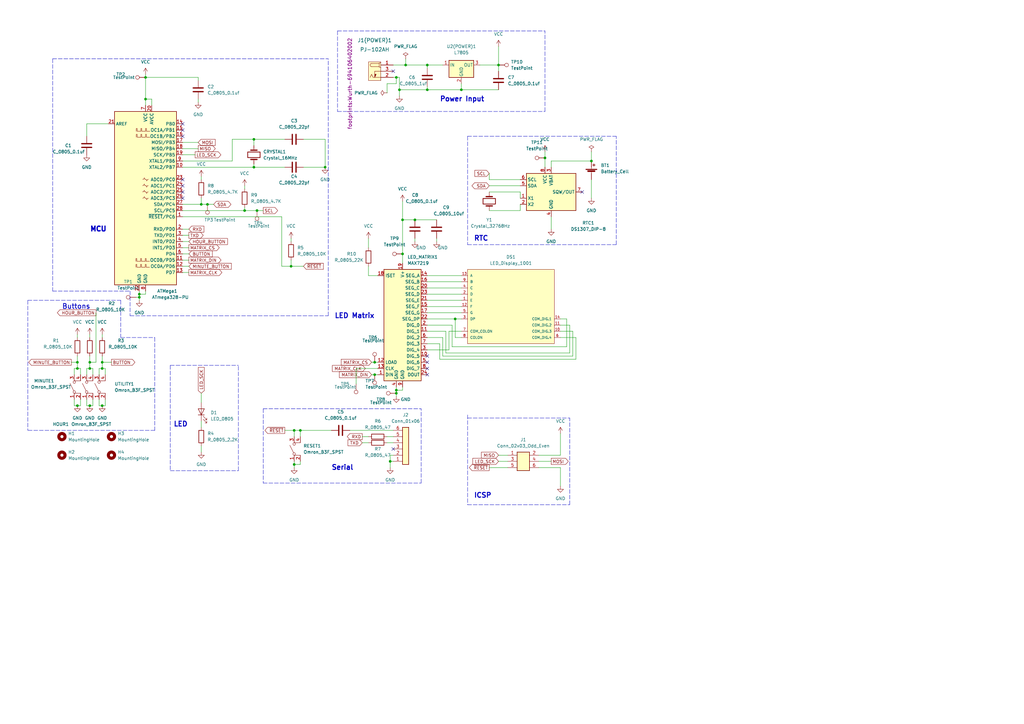
<source format=kicad_sch>
(kicad_sch (version 20211123) (generator eeschema)
  (paper "A3")
  (junction (at 120.65 190.5))
  (junction (at 59.69 31.75))
  (junction (at 153.67 148.59))
  (junction (at 204.47 26.67))
  (junction (at 105.41 86.36))
  (junction (at 100.33 86.36))
  (junction (at 36.83 148.59))
  (junction (at 59.69 40.64))
  (junction (at 163.83 36.83))
  (junction (at 153.67 153.67))
  (junction (at 162.56 31.75))
  (junction (at 186.69 130.81))
  (junction (at 41.91 151.13))
  (junction (at 82.55 83.82))
  (junction (at 36.83 151.13))
  (junction (at 170.18 90.17))
  (junction (at 165.1 90.17))
  (junction (at 162.56 161.29))
  (junction (at 31.75 166.37))
  (junction (at 165.1 104.14))
  (junction (at 162.56 160.02))
  (junction (at 223.52 64.77))
  (junction (at 242.57 66.04))
  (junction (at 57.15 121.92))
  (junction (at 123.19 176.53))
  (junction (at 31.75 151.13))
  (junction (at 120.65 176.53))
  (junction (at 160.02 189.23))
  (junction (at 85.09 83.82))
  (junction (at 104.14 57.15))
  (junction (at 41.91 166.37))
  (junction (at 166.37 26.67))
  (junction (at 119.38 109.22))
  (junction (at 31.75 148.59))
  (junction (at 104.14 68.58))
  (junction (at 36.83 166.37))
  (junction (at 175.26 26.67))
  (junction (at 175.26 36.83))
  (junction (at 133.35 68.58))
  (junction (at 57.15 120.65))
  (junction (at 189.23 36.83))
  (junction (at 41.91 148.59))
  (no_connect (at 238.76 78.74))
  (no_connect (at 74.93 73.66))
  (no_connect (at 74.93 53.34))
  (no_connect (at 74.93 50.8))
  (no_connect (at 74.93 78.74))
  (no_connect (at 161.29 29.21))
  (no_connect (at 161.29 184.15))
  (no_connect (at 74.93 76.2))
  (no_connect (at 74.93 55.88))
  (no_connect (at 74.93 81.28))
  (no_connect (at 175.26 146.05))
  (no_connect (at 175.26 148.59))
  (no_connect (at 175.26 151.13))
  (no_connect (at 175.26 153.67))
  (wire (pts (xy 43.18 166.37) (xy 41.91 166.37)))
  (wire (pts (xy 43.18 151.13) (xy 41.91 151.13)))
  (wire (pts (xy 165.1 160.02) (xy 162.56 160.02)))
  (polyline (pts (xy 97.79 193.04) (xy 97.79 149.86)))
  (wire (pts (xy 38.1 151.13) (xy 36.83 151.13)))
  (wire (pts (xy 77.47 109.22) (xy 74.93 109.22)))
  (wire (pts (xy 158.75 181.61) (xy 161.29 181.61)))
  (wire (pts (xy 82.55 83.82) (xy 74.93 83.82)))
  (polyline (pts (xy 191.77 55.88) (xy 191.77 100.33)))
  (wire (pts (xy 175.26 26.67) (xy 175.26 27.94)))
  (wire (pts (xy 38.1 166.37) (xy 36.83 166.37)))
  (wire (pts (xy 104.14 68.58) (xy 116.84 68.58)))
  (wire (pts (xy 33.02 163.83) (xy 33.02 166.37)))
  (wire (pts (xy 30.48 163.83) (xy 30.48 166.37)))
  (wire (pts (xy 31.75 146.05) (xy 31.75 148.59)))
  (wire (pts (xy 162.56 31.75) (xy 163.83 31.75)))
  (wire (pts (xy 163.83 36.83) (xy 163.83 39.37)))
  (wire (pts (xy 213.36 73.66) (xy 200.66 73.66)))
  (wire (pts (xy 242.57 62.23) (xy 242.57 66.04)))
  (wire (pts (xy 182.88 135.89) (xy 182.88 144.78)))
  (wire (pts (xy 77.47 99.06) (xy 74.93 99.06)))
  (wire (pts (xy 40.64 153.67) (xy 40.64 151.13)))
  (wire (pts (xy 36.83 146.05) (xy 36.83 148.59)))
  (wire (pts (xy 175.26 35.56) (xy 175.26 36.83)))
  (wire (pts (xy 74.93 63.5) (xy 80.01 63.5)))
  (wire (pts (xy 185.42 142.24) (xy 232.41 142.24)))
  (wire (pts (xy 200.66 191.77) (xy 208.28 191.77)))
  (wire (pts (xy 161.29 186.69) (xy 160.02 186.69)))
  (wire (pts (xy 148.59 181.61) (xy 151.13 181.61)))
  (wire (pts (xy 30.48 151.13) (xy 31.75 151.13)))
  (wire (pts (xy 158.75 179.07) (xy 161.29 179.07)))
  (wire (pts (xy 77.47 101.6) (xy 74.93 101.6)))
  (wire (pts (xy 35.56 50.8) (xy 44.45 50.8)))
  (wire (pts (xy 38.1 163.83) (xy 38.1 166.37)))
  (wire (pts (xy 120.65 189.23) (xy 120.65 190.5)))
  (wire (pts (xy 115.57 109.22) (xy 119.38 109.22)))
  (wire (pts (xy 85.09 83.82) (xy 82.55 83.82)))
  (wire (pts (xy 35.56 151.13) (xy 36.83 151.13)))
  (wire (pts (xy 200.66 86.36) (xy 213.36 86.36)))
  (wire (pts (xy 175.26 140.97) (xy 180.34 140.97)))
  (wire (pts (xy 236.22 138.43) (xy 229.87 138.43)))
  (wire (pts (xy 226.06 68.58) (xy 226.06 66.04)))
  (wire (pts (xy 133.35 57.15) (xy 133.35 68.58)))
  (wire (pts (xy 123.19 189.23) (xy 123.19 190.5)))
  (polyline (pts (xy 134.62 129.54) (xy 134.62 24.13)))
  (wire (pts (xy 41.91 146.05) (xy 41.91 148.59)))
  (polyline (pts (xy 11.43 123.19) (xy 49.53 123.19)))
  (wire (pts (xy 30.48 166.37) (xy 31.75 166.37)))
  (wire (pts (xy 62.23 43.18) (xy 62.23 40.64)))
  (wire (pts (xy 232.41 130.81) (xy 229.87 130.81)))
  (wire (pts (xy 82.55 172.72) (xy 82.55 175.26)))
  (wire (pts (xy 200.66 76.2) (xy 213.36 76.2)))
  (polyline (pts (xy 69.85 149.86) (xy 97.79 149.86)))
  (wire (pts (xy 161.29 26.67) (xy 166.37 26.67)))
  (wire (pts (xy 175.26 138.43) (xy 181.61 138.43)))
  (polyline (pts (xy 69.85 149.86) (xy 69.85 193.04)))
  (polyline (pts (xy 21.59 24.13) (xy 134.62 24.13)))
  (polyline (pts (xy 138.43 45.72) (xy 223.52 45.72)))
  (wire (pts (xy 160.02 189.23) (xy 160.02 191.77)))
  (wire (pts (xy 151.13 109.22) (xy 151.13 113.03)))
  (wire (pts (xy 40.64 151.13) (xy 41.91 151.13)))
  (polyline (pts (xy 11.43 123.19) (xy 11.43 176.53)))
  (wire (pts (xy 163.83 36.83) (xy 175.26 36.83)))
  (wire (pts (xy 59.69 31.75) (xy 81.28 31.75)))
  (wire (pts (xy 181.61 138.43) (xy 181.61 146.05)))
  (wire (pts (xy 81.28 40.64) (xy 81.28 41.91)))
  (wire (pts (xy 162.56 34.29) (xy 162.56 31.75)))
  (wire (pts (xy 175.26 123.19) (xy 189.23 123.19)))
  (wire (pts (xy 82.55 81.28) (xy 82.55 83.82)))
  (wire (pts (xy 120.65 176.53) (xy 120.65 179.07)))
  (wire (pts (xy 39.37 148.59) (xy 36.83 148.59)))
  (polyline (pts (xy 53.34 129.54) (xy 134.62 129.54)))
  (polyline (pts (xy 63.5 138.43) (xy 63.5 176.53)))
  (wire (pts (xy 165.1 158.75) (xy 165.1 160.02)))
  (wire (pts (xy 161.29 189.23) (xy 160.02 189.23)))
  (wire (pts (xy 41.91 137.16) (xy 41.91 138.43)))
  (wire (pts (xy 175.26 133.35) (xy 185.42 133.35)))
  (wire (pts (xy 175.26 128.27) (xy 189.23 128.27)))
  (wire (pts (xy 226.06 88.9) (xy 226.06 93.98)))
  (wire (pts (xy 162.56 158.75) (xy 162.56 160.02)))
  (wire (pts (xy 229.87 186.69) (xy 229.87 177.8)))
  (wire (pts (xy 123.19 176.53) (xy 135.89 176.53)))
  (polyline (pts (xy 191.77 55.88) (xy 252.73 55.88)))
  (wire (pts (xy 242.57 73.66) (xy 242.57 81.28)))
  (wire (pts (xy 200.66 73.66) (xy 200.66 71.12)))
  (polyline (pts (xy 53.34 119.38) (xy 53.34 129.54)))
  (wire (pts (xy 153.67 148.59) (xy 154.94 148.59)))
  (wire (pts (xy 165.1 90.17) (xy 165.1 104.14)))
  (wire (pts (xy 43.18 153.67) (xy 43.18 151.13)))
  (wire (pts (xy 200.66 78.74) (xy 213.36 78.74)))
  (wire (pts (xy 82.55 182.88) (xy 82.55 185.42)))
  (wire (pts (xy 95.25 66.04) (xy 74.93 66.04)))
  (wire (pts (xy 151.13 97.79) (xy 151.13 101.6)))
  (wire (pts (xy 184.15 143.51) (xy 175.26 143.51)))
  (wire (pts (xy 59.69 40.64) (xy 59.69 43.18)))
  (wire (pts (xy 57.15 121.92) (xy 57.15 123.19)))
  (wire (pts (xy 35.56 55.88) (xy 35.56 50.8)))
  (wire (pts (xy 148.59 179.07) (xy 151.13 179.07)))
  (wire (pts (xy 95.25 57.15) (xy 95.25 66.04)))
  (wire (pts (xy 175.26 120.65) (xy 189.23 120.65)))
  (wire (pts (xy 233.68 144.78) (xy 233.68 133.35)))
  (wire (pts (xy 77.47 104.14) (xy 74.93 104.14)))
  (polyline (pts (xy 107.95 167.64) (xy 172.72 167.64)))
  (polyline (pts (xy 69.85 193.04) (xy 97.79 193.04)))
  (wire (pts (xy 175.26 118.11) (xy 189.23 118.11)))
  (wire (pts (xy 213.36 78.74) (xy 213.36 81.28)))
  (polyline (pts (xy 191.77 207.01) (xy 233.68 207.01)))
  (wire (pts (xy 189.23 36.83) (xy 204.47 36.83)))
  (wire (pts (xy 119.38 97.79) (xy 119.38 99.06)))
  (wire (pts (xy 175.26 125.73) (xy 189.23 125.73)))
  (wire (pts (xy 158.75 34.29) (xy 162.56 34.29)))
  (wire (pts (xy 77.47 111.76) (xy 74.93 111.76)))
  (polyline (pts (xy 138.43 12.7) (xy 223.52 12.7)))
  (wire (pts (xy 162.56 160.02) (xy 162.56 161.29)))
  (wire (pts (xy 146.05 151.13) (xy 154.94 151.13)))
  (wire (pts (xy 182.88 144.78) (xy 233.68 144.78)))
  (wire (pts (xy 35.56 166.37) (xy 36.83 166.37)))
  (wire (pts (xy 175.26 36.83) (xy 189.23 36.83)))
  (wire (pts (xy 184.15 135.89) (xy 184.15 143.51)))
  (wire (pts (xy 185.42 133.35) (xy 185.42 142.24)))
  (wire (pts (xy 74.93 60.96) (xy 81.28 60.96)))
  (wire (pts (xy 33.02 166.37) (xy 31.75 166.37)))
  (wire (pts (xy 170.18 97.79) (xy 170.18 99.06)))
  (wire (pts (xy 179.07 97.79) (xy 179.07 99.06)))
  (wire (pts (xy 146.05 157.48) (xy 146.05 151.13)))
  (wire (pts (xy 116.84 176.53) (xy 120.65 176.53)))
  (wire (pts (xy 170.18 90.17) (xy 179.07 90.17)))
  (polyline (pts (xy 107.95 167.64) (xy 107.95 198.12)))
  (polyline (pts (xy 107.95 198.12) (xy 172.72 198.12)))
  (wire (pts (xy 35.56 153.67) (xy 35.56 151.13)))
  (wire (pts (xy 234.95 146.05) (xy 234.95 135.89)))
  (wire (pts (xy 181.61 146.05) (xy 234.95 146.05)))
  (polyline (pts (xy 172.72 198.12) (xy 172.72 167.64)))
  (wire (pts (xy 220.98 189.23) (xy 226.06 189.23)))
  (wire (pts (xy 82.55 161.29) (xy 82.55 165.1)))
  (wire (pts (xy 180.34 147.32) (xy 236.22 147.32)))
  (wire (pts (xy 29.21 148.59) (xy 31.75 148.59)))
  (wire (pts (xy 223.52 62.23) (xy 223.52 64.77)))
  (wire (pts (xy 160.02 186.69) (xy 160.02 189.23)))
  (wire (pts (xy 31.75 137.16) (xy 31.75 138.43)))
  (wire (pts (xy 57.15 119.38) (xy 57.15 120.65)))
  (wire (pts (xy 220.98 186.69) (xy 229.87 186.69)))
  (polyline (pts (xy 252.73 100.33) (xy 252.73 55.88)))
  (wire (pts (xy 62.23 40.64) (xy 59.69 40.64)))
  (wire (pts (xy 229.87 133.35) (xy 233.68 133.35)))
  (polyline (pts (xy 49.53 123.19) (xy 49.53 138.43)))
  (wire (pts (xy 186.69 130.81) (xy 189.23 130.81)))
  (wire (pts (xy 204.47 186.69) (xy 208.28 186.69)))
  (wire (pts (xy 119.38 109.22) (xy 124.46 109.22)))
  (wire (pts (xy 104.14 57.15) (xy 104.14 59.69)))
  (wire (pts (xy 189.23 138.43) (xy 186.69 138.43)))
  (wire (pts (xy 163.83 31.75) (xy 163.83 36.83)))
  (wire (pts (xy 165.1 82.55) (xy 165.1 90.17)))
  (wire (pts (xy 124.46 57.15) (xy 133.35 57.15)))
  (polyline (pts (xy 191.77 170.18) (xy 191.77 207.01)))
  (wire (pts (xy 77.47 106.68) (xy 74.93 106.68)))
  (wire (pts (xy 143.51 176.53) (xy 161.29 176.53)))
  (wire (pts (xy 100.33 86.36) (xy 74.93 86.36)))
  (wire (pts (xy 153.67 153.67) (xy 154.94 153.67)))
  (wire (pts (xy 213.36 86.36) (xy 213.36 83.82)))
  (wire (pts (xy 87.63 83.82) (xy 85.09 83.82)))
  (wire (pts (xy 55.88 121.92) (xy 57.15 121.92)))
  (wire (pts (xy 165.1 90.17) (xy 170.18 90.17)))
  (wire (pts (xy 36.83 137.16) (xy 36.83 138.43)))
  (wire (pts (xy 40.64 163.83) (xy 40.64 166.37)))
  (wire (pts (xy 95.25 57.15) (xy 104.14 57.15)))
  (wire (pts (xy 33.02 153.67) (xy 33.02 151.13)))
  (polyline (pts (xy 21.59 24.13) (xy 21.59 119.38)))
  (wire (pts (xy 120.65 190.5) (xy 120.65 191.77)))
  (wire (pts (xy 31.75 148.59) (xy 31.75 151.13)))
  (wire (pts (xy 165.1 104.14) (xy 165.1 107.95)))
  (wire (pts (xy 158.75 38.1) (xy 158.75 34.29)))
  (wire (pts (xy 232.41 142.24) (xy 232.41 130.81)))
  (wire (pts (xy 119.38 106.68) (xy 119.38 109.22)))
  (wire (pts (xy 223.52 64.77) (xy 223.52 68.58)))
  (wire (pts (xy 204.47 19.05) (xy 204.47 26.67)))
  (wire (pts (xy 204.47 26.67) (xy 204.47 29.21)))
  (wire (pts (xy 196.85 26.67) (xy 204.47 26.67)))
  (polyline (pts (xy 191.77 100.33) (xy 252.73 100.33)))
  (wire (pts (xy 124.46 68.58) (xy 133.35 68.58)))
  (wire (pts (xy 236.22 147.32) (xy 236.22 138.43)))
  (wire (pts (xy 74.93 68.58) (xy 104.14 68.58)))
  (wire (pts (xy 186.69 138.43) (xy 186.69 130.81)))
  (wire (pts (xy 166.37 24.13) (xy 166.37 26.67)))
  (wire (pts (xy 57.15 120.65) (xy 57.15 121.92)))
  (wire (pts (xy 74.93 58.42) (xy 81.28 58.42)))
  (wire (pts (xy 81.28 31.75) (xy 81.28 33.02)))
  (wire (pts (xy 220.98 191.77) (xy 229.87 191.77)))
  (wire (pts (xy 175.26 26.67) (xy 181.61 26.67)))
  (wire (pts (xy 204.47 189.23) (xy 208.28 189.23)))
  (wire (pts (xy 175.26 130.81) (xy 186.69 130.81)))
  (wire (pts (xy 74.93 88.9) (xy 115.57 88.9)))
  (wire (pts (xy 82.55 72.39) (xy 82.55 73.66)))
  (wire (pts (xy 41.91 148.59) (xy 41.91 151.13)))
  (wire (pts (xy 59.69 30.48) (xy 59.69 31.75)))
  (wire (pts (xy 105.41 86.36) (xy 100.33 86.36)))
  (polyline (pts (xy 223.52 45.72) (xy 223.52 12.7)))
  (wire (pts (xy 38.1 153.67) (xy 38.1 151.13)))
  (polyline (pts (xy 233.68 207.01) (xy 233.68 171.45)))
  (wire (pts (xy 74.93 93.98) (xy 77.47 93.98)))
  (wire (pts (xy 123.19 176.53) (xy 123.19 179.07)))
  (wire (pts (xy 40.64 166.37) (xy 41.91 166.37)))
  (wire (pts (xy 74.93 96.52) (xy 77.47 96.52)))
  (wire (pts (xy 59.69 120.65) (xy 57.15 120.65)))
  (wire (pts (xy 45.72 148.59) (xy 41.91 148.59)))
  (wire (pts (xy 100.33 85.09) (xy 100.33 86.36)))
  (wire (pts (xy 36.83 148.59) (xy 36.83 151.13)))
  (wire (pts (xy 175.26 113.03) (xy 189.23 113.03)))
  (wire (pts (xy 229.87 191.77) (xy 229.87 199.39)))
  (wire (pts (xy 234.95 135.89) (xy 229.87 135.89)))
  (wire (pts (xy 104.14 67.31) (xy 104.14 68.58)))
  (polyline (pts (xy 49.53 138.43) (xy 63.5 138.43)))
  (wire (pts (xy 175.26 115.57) (xy 189.23 115.57)))
  (wire (pts (xy 59.69 31.75) (xy 59.69 40.64)))
  (wire (pts (xy 100.33 76.2) (xy 100.33 77.47)))
  (wire (pts (xy 180.34 140.97) (xy 180.34 147.32)))
  (wire (pts (xy 189.23 135.89) (xy 184.15 135.89)))
  (wire (pts (xy 120.65 176.53) (xy 123.19 176.53)))
  (wire (pts (xy 162.56 161.29) (xy 162.56 162.56)))
  (polyline (pts (xy 191.77 171.45) (xy 233.68 171.45)))
  (wire (pts (xy 152.4 153.67) (xy 153.67 153.67)))
  (wire (pts (xy 152.4 148.59) (xy 153.67 148.59)))
  (wire (pts (xy 161.29 31.75) (xy 162.56 31.75)))
  (wire (pts (xy 189.23 34.29) (xy 189.23 36.83)))
  (wire (pts (xy 35.56 163.83) (xy 35.56 166.37)))
  (wire (pts (xy 30.48 153.67) (xy 30.48 151.13)))
  (wire (pts (xy 175.26 135.89) (xy 182.88 135.89)))
  (wire (pts (xy 59.69 119.38) (xy 59.69 120.65)))
  (wire (pts (xy 43.18 163.83) (xy 43.18 166.37)))
  (wire (pts (xy 39.37 128.27) (xy 39.37 148.59)))
  (wire (pts (xy 166.37 26.67) (xy 175.26 26.67)))
  (wire (pts (xy 154.94 113.03) (xy 151.13 113.03)))
  (wire (pts (xy 104.14 57.15) (xy 116.84 57.15)))
  (wire (pts (xy 123.19 190.5) (xy 120.65 190.5)))
  (polyline (pts (xy 138.43 12.7) (xy 138.43 45.72)))
  (wire (pts (xy 226.06 66.04) (xy 242.57 66.04)))
  (polyline (pts (xy 21.59 119.38) (xy 53.34 119.38)))
  (polyline (pts (xy 63.5 176.53) (xy 11.43 176.53)))
  (wire (pts (xy 33.02 151.13) (xy 31.75 151.13)))
  (wire (pts (xy 107.95 86.36) (xy 105.41 86.36)))
  (wire (pts (xy 115.57 88.9) (xy 115.57 109.22)))
  (text "ICSP" (at 194.31 204.47 0) (effects (font (size 2 2) (thickness 0.4) bold) (justify left bottom)))
  (text "Buttons" (at 25.4 127 0) (effects (font (size 2 2) (thickness 0.3) bold) (justify left bottom)))
  (text "Serial" (at 135.89 193.04 0) (effects (font (size 2 2) (thickness 0.4) bold) (justify left bottom)))
  (text "LED Matrix" (at 137.16 130.81 0) (effects (font (size 2 2) (thickness 0.4) bold) (justify left bottom)))
  (text "Power Input" (at 180.34 41.91 0) (effects (font (size 2 2) (thickness 0.4) bold) (justify left bottom)))
  (text "MCU" (at 36.83 95.25 0) (effects (font (size 2 2) (thickness 0.5) bold) (justify left bottom)))
  (text "LED" (at 71.12 175.26 0) (effects (font (size 2 2) (thickness 0.4) bold) (justify left bottom)))
  (text "RTC" (at 194.31 99.06 0) (effects (font (size 2 2) (thickness 0.4) bold) (justify left bottom)))
  (global_label "MISO" (shape output) (at 81.28 60.96 0) (property "Intersheet References" "${INTERSHEET_REFS}" (effects hide)))
  (global_label "RXD" (shape input) (at 77.47 93.98 0) (property "Intersheet References" "${INTERSHEET_REFS}" (effects hide)))
  (global_label "BUTTON" (shape output) (at 45.72 148.59 0) (property "Intersheet References" "${INTERSHEET_REFS}" (effects hide)))
  (global_label "MINUTE_BUTTON" (shape input) (at 77.47 109.22 0) (property "Intersheet References" "${INTERSHEET_REFS}" (effects hide)))
  (global_label "BUTTON" (shape input) (at 77.47 104.14 0) (property "Intersheet References" "${INTERSHEET_REFS}" (effects hide)))
  (global_label "MISO" (shape input) (at 204.47 186.69 180) (property "Intersheet References" "${INTERSHEET_REFS}" (effects hide)))
  (global_label "MOSI" (shape output) (at 226.06 189.23 0) (property "Intersheet References" "${INTERSHEET_REFS}" (effects hide)))
  (global_label "MATRIX_CLK" (shape input) (at 149.86 151.13 180) (property "Intersheet References" "${INTERSHEET_REFS}" (effects hide)))
  (global_label "TXD" (shape input) (at 148.59 181.61 180) (property "Intersheet References" "${INTERSHEET_REFS}" (effects hide)))
  (global_label "SCL" (shape input) (at 200.66 71.12 180) (property "Intersheet References" "${INTERSHEET_REFS}" (effects hide)))
  (global_label "~{RESET}" (shape output) (at 116.84 176.53 180) (property "Intersheet References" "${INTERSHEET_REFS}" (effects hide)))
  (global_label "LED_SCK" (shape input) (at 204.47 189.23 180) (property "Intersheet References" "${INTERSHEET_REFS}" (effects hide)))
  (global_label "HOUR_BUTTON" (shape input) (at 77.47 99.06 0) (property "Intersheet References" "${INTERSHEET_REFS}" (effects hide)))
  (global_label "RXD" (shape output) (at 148.59 179.07 180) (property "Intersheet References" "${INTERSHEET_REFS}" (effects hide)))
  (global_label "MATRIX_CLK" (shape output) (at 77.47 111.76 0) (property "Intersheet References" "${INTERSHEET_REFS}" (effects hide)))
  (global_label "MINUTE_BUTTON" (shape output) (at 29.21 148.59 180) (property "Intersheet References" "${INTERSHEET_REFS}" (effects hide)))
  (global_label "MOSI" (shape input) (at 81.28 58.42 0) (property "Intersheet References" "${INTERSHEET_REFS}" (effects hide)))
  (global_label "LED_SCK" (shape output) (at 80.01 63.5 0) (property "Intersheet References" "${INTERSHEET_REFS}" (effects hide)))
  (global_label "TXD" (shape output) (at 77.47 96.52 0) (property "Intersheet References" "${INTERSHEET_REFS}" (effects hide)))
  (global_label "LED_SCK" (shape input) (at 82.55 161.29 90) (property "Intersheet References" "${INTERSHEET_REFS}" (effects hide)))
  (global_label "HOUR_BUTTON" (shape output) (at 39.37 128.27 180) (property "Intersheet References" "${INTERSHEET_REFS}" (effects hide)))
  (global_label "MATRIX_CS" (shape input) (at 152.4 148.59 180) (property "Intersheet References" "${INTERSHEET_REFS}" (effects hide)))
  (global_label "SDA" (shape bidirectional) (at 200.66 76.2 180) (property "Intersheet References" "${INTERSHEET_REFS}" (effects hide)))
  (global_label "MATRIX_CS" (shape output) (at 77.47 101.6 0) (property "Intersheet References" "${INTERSHEET_REFS}" (effects hide)))
  (global_label "~{RESET}" (shape input) (at 124.46 109.22 0) (property "Intersheet References" "${INTERSHEET_REFS}" (effects hide)))
  (global_label "~{RESET}" (shape output) (at 200.66 191.77 180) (property "Intersheet References" "${INTERSHEET_REFS}" (effects hide)))
  (global_label "SCL" (shape output) (at 107.95 86.36 0) (property "Intersheet References" "${INTERSHEET_REFS}" (effects hide)))
  (global_label "MATRIX_DIN" (shape output) (at 77.47 106.68 0) (property "Intersheet References" "${INTERSHEET_REFS}" (effects hide)))
  (global_label "SDA" (shape bidirectional) (at 87.63 83.82 0) (property "Intersheet References" "${INTERSHEET_REFS}" (effects hide)))
  (global_label "MATRIX_DIN" (shape input) (at 152.4 153.67 180) (property "Intersheet References" "${INTERSHEET_REFS}" (effects hide)))
  (symbol (lib_id "HPS:GND") (at 229.87 199.39 0) (unit 1)
    (property "Reference" "#PWR0126" (effects hide))
    (property "Value" "GND" (at 229.87 204.47 0))
  )
  (symbol (lib_id "HPS:R_0805_10K") (at 31.75 142.24 0) (unit 1)
    (property "Reference" "R1" (at 21.59 139.7 0) (effects (justify left)))
    (property "Value" "R_0805_10K" (at 17.78 142.24 0) (effects (justify left)))
    (property "Footprint" "footprints:R_0805_2012Metric" (effects hide))
    (property "Datasheet" "https://www.digikey.com/en/products/detail/yageo/RC0805FR-0710KL/727535" (effects hide))
    (property "MFG" "Yageo" (effects hide))
    (property "MPN" "RC0805FR-0710KL" (effects hide))
    (property "Digikey PN" "311-10.0KCRCT-ND" (effects hide))
    (property "Mouser PN" "N/A" (effects hide))
    (property "Power" "N/A" (effects hide))
    (property "Tolerance" "N/A" (effects hide))
  )
  (symbol (lib_id "HPS:VCC") (at 41.91 137.16 0) (unit 1)
    (property "Reference" "#PWR0104" (effects hide))
    (property "Value" "VCC" (at 41.91 132.08 0))
  )
  (symbol (lib_id "HPS:Conn_02x03_Odd_Even") (at 214.63 190.5 0) (unit 1)
    (property "Reference" "J1" (at 214.63 180.34 0))
    (property "Value" "Conn_02x03_Odd_Even" (at 214.63 182.88 0))
    (property "Footprint" "footprints:PinHeader_2x03_P2.54mm_Vertical" (effects hide))
    (property "Datasheet" "https://drawings-pdf.s3.amazonaws.com/11636.pdf" (effects hide))
    (property "MFG" "Sullins Connector Solutions" (effects hide))
    (property "MPN" "PRPC003DAAN-RC" (effects hide))
    (property "Digikey PN" "S2011EC-03-ND" (effects hide))
    (property "Mouser PN" "N/A" (effects hide))
  )
  (symbol (lib_id "HPS:Power_inlet_vertical") (at 156.21 29.21 0) (unit 1)
    (property "Reference" "J1(POWER)1" (at 153.67 16.51 0) (effects (font (size 1.524 1.524))))
    (property "Value" "PJ-102AH" (at 153.67 20.32 0) (effects (font (size 1.524 1.524))))
    (property "Footprint" "footprints:Wurth-694106402002" (at 143.51 34.29 90) (effects (font (size 1.524 1.524))))
    (property "Datasheet" "https://www.we-online.com/katalog/datasheet/6941xx402002.pdf" (effects hide))
    (property "MFG" "Wurth" (effects hide))
    (property "MPN" "694106402002" (effects hide))
    (property "Digikey PN" "732-5931-ND" (effects hide))
    (property "Mouser PN" "490-PJ-102AH" (effects hide))
  )
  (symbol (lib_id "HPS:GND") (at 179.07 99.06 0) (unit 1)
    (property "Reference" "#PWR03" (effects hide))
    (property "Value" "GND" (at 181.61 101.6 0))
  )
  (symbol (lib_id "HPS:DS1307_DIP-8") (at 226.06 78.74 0) (unit 1)
    (property "Reference" "RTC1" (at 241.3 91.44 0))
    (property "Value" "DS1307_DIP-8" (at 241.3 93.98 0))
    (property "Footprint" "footprints:DIP-8_W7.62mm" (effects hide))
    (property "Datasheet" "https://datasheets.maximintegrated.com/en/ds/DS1307.pdf" (effects hide))
    (property "MFG" "Assmann WSW Components" (effects hide))
    (property "MPN" "A 08-LC-TT" (effects hide))
    (property "Digikey PN" "AE9986-ND" (effects hide))
    (property "Mouser PN" "N/A" (effects hide))
  )
  (symbol (lib_id "HPS:C_0805_0.1uf") (at 35.56 59.69 0) (unit 1)
    (property "Reference" "C1" (at 26.67 59.69 0) (effects (justify left)))
    (property "Value" "C_0805_0.1uf" (at 21.59 62.23 0) (effects (justify left)))
    (property "Footprint" "footprints:C_0805_2012Metric" (effects hide))
    (property "Datasheet" "https://datasheets.avx.com/X7RDielectric.pdf" (effects hide))
    (property "MFG" "AVX Corporation" (effects hide))
    (property "MPN" "08055C104KAT2A" (effects hide))
    (property "Digikey PN" "478-1395-1-ND" (effects hide))
    (property "Mouser PN" "N/A" (effects hide))
    (property "Voltage" "N/A" (effects hide))
    (property "Dielectric" "N/A" (effects hide))
    (property "Tolerance" "N/A" (effects hide))
  )
  (symbol (lib_id "HPS:VCC") (at 82.55 72.39 0) (unit 1)
    (property "Reference" "#PWR0122" (effects hide))
    (property "Value" "VCC" (at 82.55 67.31 0))
  )
  (symbol (lib_id "HPS:TestPoint") (at 59.69 31.75 90) (unit 1)
    (property "Reference" "TP2" (at 49.53 30.48 90))
    (property "Value" "TestPoint" (at 50.8 31.75 90))
    (property "Footprint" "footprints:TestPoint_THTPad_D2.0mm_Drill1.0mm" (effects hide))
  )
  (symbol (lib_id "HPS:VCC") (at 119.38 97.79 0) (unit 1)
    (property "Reference" "#PWR0112" (effects hide))
    (property "Value" "VCC" (at 119.38 92.71 0))
  )
  (symbol (lib_id "HPS:MAX7219") (at 165.1 133.35 0) (unit 1)
    (property "Reference" "LED_MATRIX1" (at 167.1194 105.41 0) (effects (justify left)))
    (property "Value" "MAX7219" (at 167.1194 107.95 0) (effects (justify left)))
    (property "Footprint" "footprints:DIP-24_W7.62mm" (effects hide))
    (property "Datasheet" "https://datasheets.maximintegrated.com/en/ds/MAX7219-MAX7221.pdf" (effects hide))
    (property "MFG" "On Shore Technology Inc." (effects hide))
    (property "MPN" "ED241DT" (effects hide))
    (property "Digikey PN" "ED3049-5-ND" (effects hide))
    (property "Mouser PN" "N/A" (effects hide))
  )
  (symbol (lib_id "HPS:PWR_FLAG") (at 242.57 62.23 0) (unit 1)
    (property "Reference" "#FLG0103" (effects hide))
    (property "Value" "PWR_FLAG" (at 242.57 57.15 0))
  )
  (symbol (lib_name "MountingHole_3") (lib_id "HPS:MountingHole") (at 45.72 179.07 0) (unit 1)
    (property "Reference" "H3" (at 48.26 177.7999 0) (effects (justify left)))
    (property "Value" "MountingHole" (at 48.26 180.3399 0) (effects (justify left)))
    (property "Footprint" "footprints:MountingHole_3.2mm_M3" (effects hide))
  )
  (symbol (lib_id "HPS:R_0805_10K") (at 119.38 102.87 0) (unit 1)
    (property "Reference" "R5" (at 121.92 101.5999 0) (effects (justify left)))
    (property "Value" "R_0805_10K" (at 121.92 104.1399 0) (effects (justify left)))
    (property "Footprint" "footprints:R_0805_2012Metric" (effects hide))
    (property "Datasheet" "https://www.digikey.com/en/products/detail/yageo/RC0805FR-0710KL/727535" (effects hide))
    (property "MFG" "Yageo" (effects hide))
    (property "MPN" "RC0805FR-0710KL" (effects hide))
    (property "Digikey PN" "311-10.0KCRCT-ND" (effects hide))
    (property "Mouser PN" "N/A" (effects hide))
    (property "Power" "N/A" (effects hide))
    (property "Tolerance" "N/A" (effects hide))
  )
  (symbol (lib_name "MountingHole_1") (lib_id "HPS:MountingHole") (at 25.4 179.07 0) (unit 1)
    (property "Reference" "H1" (at 27.94 177.7999 0) (effects (justify left)))
    (property "Value" "MountingHole" (at 27.94 180.3399 0) (effects (justify left)))
    (property "Footprint" "footprints:MountingHole_3.2mm_M3" (effects hide))
  )
  (symbol (lib_id "HPS:VCC") (at 165.1 82.55 0) (unit 1)
    (property "Reference" "#PWR0119" (effects hide))
    (property "Value" "VCC" (at 165.1 77.47 0))
  )
  (symbol (lib_id "HPS:C_0805_22pf") (at 120.65 57.15 270) (unit 1)
    (property "Reference" "C3" (at 120.65 49.53 90))
    (property "Value" "C_0805_22pf" (at 120.65 52.07 90))
    (property "Footprint" "footprints:C_0805_2012Metric" (effects hide))
    (property "Datasheet" "https://www.yageo.com/upload/media/product/productsearch/datasheet/mlcc/UPY-GP_NP0_16V-to-50V_18.pdf" (effects hide))
    (property "MFG" "Yageo" (effects hide))
    (property "MPN" "CC0805JRNPO9BN220" (effects hide))
    (property "Digikey PN" "311-1103-1-ND" (effects hide))
    (property "Mouser PN" "N/A" (effects hide))
    (property "Voltage" "N/A" (effects hide))
    (property "Dielectric" "N/A" (effects hide))
    (property "Tolerance" "N/A" (effects hide))
  )
  (symbol (lib_id "HPS:C_0805_22pf") (at 120.65 68.58 270) (unit 1)
    (property "Reference" "C4" (at 120.65 72.39 90))
    (property "Value" "C_0805_22pf" (at 120.65 74.93 90))
    (property "Footprint" "footprints:C_0805_2012Metric" (effects hide))
    (property "Datasheet" "https://www.yageo.com/upload/media/product/productsearch/datasheet/mlcc/UPY-GP_NP0_16V-to-50V_18.pdf" (effects hide))
    (property "MFG" "Yageo" (effects hide))
    (property "MPN" "CC0805JRNPO9BN220" (effects hide))
    (property "Digikey PN" "311-1103-1-ND" (effects hide))
    (property "Mouser PN" "N/A" (effects hide))
    (property "Voltage" "N/A" (effects hide))
    (property "Dielectric" "N/A" (effects hide))
    (property "Tolerance" "N/A" (effects hide))
  )
  (symbol (lib_id "HPS:Omron_B3F_SPST") (at 120.65 184.15 90) (unit 1)
    (property "Reference" "RESET1" (at 124.46 182.8799 90) (effects (justify right)))
    (property "Value" "Omron_B3F_SPST" (at 124.46 185.4199 90) (effects (justify right)))
    (property "Footprint" "footprints:SW_SPST_Omron_B3FS-100xP" (effects hide))
    (property "Datasheet" "https://omronfs.omron.com/en_US/ecb/products/pdf/en-b3fs.pdf" (effects hide))
    (property "MFG" "Omron Electronics Inc-EMC Div" (effects hide))
    (property "MPN" "B3FS-1000P" (effects hide))
    (property "Digikey PN" "SW423CT-ND" (effects hide))
    (property "Mouser PN" "N/A" (effects hide))
  )
  (symbol (lib_id "HPS:TestPoint") (at 55.88 121.92 90) (unit 1)
    (property "Reference" "TP1" (at 52.578 115.57 90))
    (property "Value" "TestPoint" (at 52.578 118.11 90))
    (property "Footprint" "footprints:TestPoint_THTPad_D2.0mm_Drill1.0mm" (effects hide))
  )
  (symbol (lib_id "HPS:VCC") (at 204.47 19.05 0) (unit 1)
    (property "Reference" "#PWR0120" (effects hide))
    (property "Value" "VCC" (at 204.47 13.97 0))
  )
  (symbol (lib_id "HPS:VCC") (at 151.13 97.79 0) (unit 1)
    (property "Reference" "#PWR01" (effects hide))
    (property "Value" "VCC" (at 151.13 92.71 0))
  )
  (symbol (lib_id "HPS:PWR_FLAG") (at 158.75 38.1 90) (unit 1)
    (property "Reference" "#FLG0102" (effects hide))
    (property "Value" "PWR_FLAG" (at 154.94 38.0999 90) (effects (justify left)))
  )
  (symbol (lib_id "HPS:LED_0805") (at 82.55 168.91 90) (unit 1)
    (property "Reference" "D1" (at 86.36 169.2401 90) (effects (justify right)))
    (property "Value" "LED_0805" (at 86.36 171.7801 90) (effects (justify right)))
    (property "Footprint" "footprints:LED_0805_2012Metric" (effects hide))
    (property "Datasheet" "https://www.we-online.de/katalog/datasheet/150080RS75000.pdf" (effects hide))
    (property "MFG" "Würth Elektronik" (effects hide))
    (property "MPN" "150080RS75000" (effects hide))
    (property "Digikey PN" "732-4984-1-ND" (effects hide))
    (property "Mouser PN" "N/A" (effects hide))
  )
  (symbol (lib_id "HPS:C_0805_1uf") (at 175.26 31.75 0) (unit 1)
    (property "Reference" "C6" (at 167.64 31.75 0) (effects (justify left)))
    (property "Value" "C_0805_1uf" (at 163.83 34.29 0) (effects (justify left)))
    (property "Footprint" "footprints:C_0805_2012Metric" (effects hide))
    (property "Datasheet" "https://www.yageo.com/upload/media/product/productsearch/datasheet/mlcc/UPY-GPHC_X7R_6.3V-to-50V_18.pdf" (effects hide))
    (property "MFG" "Yageo" (effects hide))
    (property "MPN" "CC0805KKX7R8BB105" (effects hide))
    (property "Digikey PN" "311-1456-1-ND" (effects hide))
    (property "Mouser PN" "N/A" (effects hide))
    (property "Voltage" "N/A" (effects hide))
    (property "Dielectric" "N/A" (effects hide))
    (property "Tolerance" "N/A" (effects hide))
  )
  (symbol (lib_id "HPS:GND") (at 162.56 162.56 0) (unit 1)
    (property "Reference" "#PWR0118" (effects hide))
    (property "Value" "GND" (at 166.37 163.83 0))
  )
  (symbol (lib_id "HPS:Omron_B3F_SPST") (at 30.48 158.75 90) (unit 1)
    (property "Reference" "MINUTE1" (at 13.97 156.21 90) (effects (justify right)))
    (property "Value" "Omron_B3F_SPST" (at 12.7 158.75 90) (effects (justify right)))
    (property "Footprint" "footprints:SW_SPST_Omron_B3FS-100xP" (effects hide))
    (property "Datasheet" "https://omronfs.omron.com/en_US/ecb/products/pdf/en-b3fs.pdf" (effects hide))
    (property "MFG" "Omron Electronics Inc-EMC Div" (effects hide))
    (property "MPN" "B3FS-1000P" (effects hide))
    (property "Digikey PN" "SW423CT-ND" (effects hide))
    (property "Mouser PN" "N/A" (effects hide))
  )
  (symbol (lib_id "HPS:R_0805_10K") (at 41.91 142.24 0) (unit 1)
    (property "Reference" "R3" (at 48.26 139.7 0) (effects (justify left)))
    (property "Value" "R_0805_10K" (at 44.45 142.24 0) (effects (justify left)))
    (property "Footprint" "footprints:R_0805_2012Metric" (effects hide))
    (property "Datasheet" "https://www.digikey.com/en/products/detail/yageo/RC0805FR-0710KL/727535" (effects hide))
    (property "MFG" "Yageo" (effects hide))
    (property "MPN" "RC0805FR-0710KL" (effects hide))
    (property "Digikey PN" "311-10.0KCRCT-ND" (effects hide))
    (property "Mouser PN" "N/A" (effects hide))
    (property "Power" "N/A" (effects hide))
    (property "Tolerance" "N/A" (effects hide))
  )
  (symbol (lib_id "HPS:GND") (at 163.83 39.37 0) (unit 1)
    (property "Reference" "#PWR0121" (effects hide))
    (property "Value" "GND" (at 163.83 44.45 0))
  )
  (symbol (lib_id "HPS:Crystal_32768Hz") (at 200.66 82.55 90) (unit 1)
    (property "Reference" "Y1" (at 199.39 90.17 90) (effects (justify right)))
    (property "Value" "Crystal_32768Hz" (at 193.04 92.71 90) (effects (justify right)))
    (property "Footprint" "footprints:Crystal_SMD_2Pin_3.2x1.5mm" (effects hide))
    (property "Datasheet" "https://www.jauch.com/downloadfile/57fde22d50dbf_d3c203011c87952f2834/jtx310-auto-2-210512.pdf" (effects hide))
    (property "MFG" "Jauch Quartz" (effects hide))
    (property "MPN" "Q 0,032768-JTX310-12,5-20-T1-HMR-50K-LF" (effects hide))
    (property "Digikey PN" "1908-1314-1-ND" (effects hide))
    (property "Mouser PN" "N/A" (effects hide))
  )
  (symbol (lib_id "HPS:VCC") (at 31.75 137.16 0) (unit 1)
    (property "Reference" "#PWR0105" (effects hide))
    (property "Value" "VCC" (at 31.75 132.08 0))
  )
  (symbol (lib_id "HPS:C_0805_0.1uf") (at 139.7 176.53 90) (unit 1)
    (property "Reference" "C5" (at 139.7 168.91 90))
    (property "Value" "C_0805_0.1uf" (at 139.7 171.45 90))
    (property "Footprint" "footprints:C_0805_2012Metric" (effects hide))
    (property "Datasheet" "https://datasheets.avx.com/X7RDielectric.pdf" (effects hide))
    (property "MFG" "AVX Corporation" (effects hide))
    (property "MPN" "08055C104KAT2A" (effects hide))
    (property "Digikey PN" "478-1395-1-ND" (effects hide))
    (property "Mouser PN" "N/A" (effects hide))
    (property "Voltage" "N/A" (effects hide))
    (property "Dielectric" "N/A" (effects hide))
    (property "Tolerance" "N/A" (effects hide))
  )
  (symbol (lib_id "HPS:Omron_B3F_SPST") (at 35.56 158.75 90) (unit 1)
    (property "Reference" "HOUR1" (at 21.59 173.99 90) (effects (justify right)))
    (property "Value" "Omron_B3F_SPST" (at 29.21 173.99 90) (effects (justify right)))
    (property "Footprint" "footprints:SW_SPST_Omron_B3FS-100xP" (effects hide))
    (property "Datasheet" "https://omronfs.omron.com/en_US/ecb/products/pdf/en-b3fs.pdf" (effects hide))
    (property "MFG" "Omron Electronics Inc-EMC Div" (effects hide))
    (property "MPN" "B3FS-1000P" (effects hide))
    (property "Digikey PN" "SW423CT-ND" (effects hide))
    (property "Mouser PN" "N/A" (effects hide))
  )
  (symbol (lib_id "HPS:TestPoint") (at 204.47 26.67 270) (unit 1)
    (property "Reference" "TP10" (at 209.55 25.3999 90) (effects (justify left)))
    (property "Value" "TestPoint" (at 209.55 27.9399 90) (effects (justify left)))
    (property "Footprint" "footprints:TestPoint_THTPad_D2.0mm_Drill1.0mm" (effects hide))
  )
  (symbol (lib_id "HPS:C_0805_10uf") (at 179.07 93.98 0) (unit 1)
    (property "Reference" "C9" (at 181.61 85.09 0) (effects (justify left)))
    (property "Value" "C_0805_10uf" (at 177.8 87.63 0) (effects (justify left)))
    (property "Footprint" "footprints:C_0805_2012Metric" (effects hide))
    (property "Datasheet" "https://search.murata.co.jp/Ceramy/image/img/A01X/G101/ENG/GRM21BR61E106KA73-01.pdf" (effects hide))
    (property "MFG" "Murata Electronics" (effects hide))
    (property "MPN" "GRM21BR61E106KA73L" (effects hide))
    (property "Digikey PN" "490-5523-1-ND" (effects hide))
    (property "Mouser PN" "N/A" (effects hide))
    (property "Voltage" "N/A" (effects hide))
    (property "Dielectric" "N/A" (effects hide))
    (property "Tolerance" "N/A" (effects hide))
  )
  (symbol (lib_id "HPS:GND") (at 160.02 191.77 0) (unit 1)
    (property "Reference" "#PWR0115" (effects hide))
    (property "Value" "GND" (at 160.02 196.85 0))
  )
  (symbol (lib_id "HPS:ATmega328-PU") (at 59.69 81.28 0) (unit 1)
    (property "Reference" "ATMega1" (at 68.58 119.38 0))
    (property "Value" "ATmega328-PU" (at 69.85 121.92 0))
    (property "Footprint" "footprints:DIP-28_W7.62mm" (effects hide))
    (property "Datasheet" "http://www.microchip.com/mymicrochip/filehandler.aspx?ddocname=en608326" (effects hide))
    (property "MFG" "On Shore Technology Inc." (effects hide))
    (property "MPN" "ED281DT" (effects hide))
    (property "Digikey PN" "ED3050-5-ND" (effects hide))
    (property "Mouser PN" "N/A" (effects hide))
  )
  (symbol (lib_id "HPS:GND") (at 41.91 166.37 0) (unit 1)
    (property "Reference" "#PWR0110" (effects hide))
    (property "Value" "GND" (at 41.91 171.45 0))
  )
  (symbol (lib_id "HPS:TestPoint") (at 153.67 153.67 180) (unit 1)
    (property "Reference" "TP7" (at 149.86 156.21 0) (effects (justify right)))
    (property "Value" "TestPoint" (at 149.86 158.75 0) (effects (justify right)))
    (property "Footprint" "footprints:TestPoint_THTPad_D2.0mm_Drill1.0mm" (effects hide))
  )
  (symbol (lib_id "HPS:GND") (at 35.56 63.5 0) (unit 1)
    (property "Reference" "#PWR0101" (effects hide))
    (property "Value" "GND" (at 35.56 68.58 0))
  )
  (symbol (lib_id "HPS:C_0805_0.1uf") (at 170.18 93.98 0) (unit 1)
    (property "Reference" "C8" (at 168.91 80.01 0) (effects (justify left)))
    (property "Value" "C_0805_0.1uf" (at 166.37 82.55 0) (effects (justify left)))
    (property "Footprint" "footprints:C_0805_2012Metric" (effects hide))
    (property "Datasheet" "https://datasheets.avx.com/X7RDielectric.pdf" (effects hide))
    (property "MFG" "AVX Corporation" (effects hide))
    (property "MPN" "08055C104KAT2A" (effects hide))
    (property "Digikey PN" "478-1395-1-ND" (effects hide))
    (property "Mouser PN" "N/A" (effects hide))
    (property "Voltage" "N/A" (effects hide))
    (property "Dielectric" "N/A" (effects hide))
    (property "Tolerance" "N/A" (effects hide))
  )
  (symbol (lib_id "HPS:TestPoint") (at 223.52 64.77 90) (unit 1)
    (property "Reference" "TP11" (at 220.218 58.42 90))
    (property "Value" "TestPoint" (at 220.218 60.96 90))
    (property "Footprint" "footprints:TestPoint_THTPad_D2.0mm_Drill1.0mm" (effects hide))
  )
  (symbol (lib_id "HPS:GND") (at 226.06 93.98 0) (unit 1)
    (property "Reference" "#PWR0116" (effects hide))
    (property "Value" "GND" (at 226.06 99.06 0))
  )
  (symbol (lib_id "HPS:Omron_B3F_SPST") (at 40.64 158.75 90) (unit 1)
    (property "Reference" "UTILITY1" (at 46.99 157.48 90) (effects (justify right)))
    (property "Value" "Omron_B3F_SPST" (at 46.99 160.02 90) (effects (justify right)))
    (property "Footprint" "footprints:SW_SPST_Omron_B3FS-100xP" (effects hide))
    (property "Datasheet" "https://omronfs.omron.com/en_US/ecb/products/pdf/en-b3fs.pdf" (effects hide))
    (property "MFG" "Omron Electronics Inc-EMC Div" (effects hide))
    (property "MPN" "B3FS-1000P" (effects hide))
    (property "Digikey PN" "SW423CT-ND" (effects hide))
    (property "Mouser PN" "N/A" (effects hide))
  )
  (symbol (lib_id "HPS:C_0805_0.1uf") (at 81.28 36.83 0) (unit 1)
    (property "Reference" "C2" (at 85.09 35.5599 0) (effects (justify left)))
    (property "Value" "C_0805_0.1uf" (at 85.09 38.0999 0) (effects (justify left)))
    (property "Footprint" "footprints:C_0805_2012Metric" (effects hide))
    (property "Datasheet" "https://datasheets.avx.com/X7RDielectric.pdf" (effects hide))
    (property "MFG" "AVX Corporation" (effects hide))
    (property "MPN" "08055C104KAT2A" (effects hide))
    (property "Digikey PN" "478-1395-1-ND" (effects hide))
    (property "Mouser PN" "N/A" (effects hide))
    (property "Voltage" "N/A" (effects hide))
    (property "Dielectric" "N/A" (effects hide))
    (property "Tolerance" "N/A" (effects hide))
  )
  (symbol (lib_id "HPS:GND") (at 57.15 123.19 0) (unit 1)
    (property "Reference" "#PWR0106" (effects hide))
    (property "Value" "GND" (at 57.15 128.27 0))
  )
  (symbol (lib_id "HPS:VCC") (at 100.33 76.2 0) (unit 1)
    (property "Reference" "#PWR0123" (effects hide))
    (property "Value" "VCC" (at 100.33 71.12 0))
  )
  (symbol (lib_id "HPS:Crystal_16MHz") (at 104.14 63.5 270) (unit 1)
    (property "Reference" "CRYSTAL1" (at 107.95 62.2299 90) (effects (justify left)))
    (property "Value" "Crystal_16MHz" (at 107.95 64.7699 90) (effects (justify left)))
    (property "Footprint" "footprints:Crystal_SMD_HC49-SD" (effects hide))
    (property "Datasheet" "https://ecsxtal.com/store/pdf/csm-7x-dn.pdf" (effects hide))
    (property "MFG" "ECS Inc." (effects hide))
    (property "MPN" "ECS-160-20-5PXDN-TR" (effects hide))
    (property "Digikey PN" "XC1299CT-ND" (effects hide))
    (property "Mouser PN" "N/A" (effects hide))
  )
  (symbol (lib_id "HPS:R_0805_4.7K") (at 82.55 77.47 0) (unit 1)
    (property "Reference" "R8" (at 85.09 76.1999 0) (effects (justify left)))
    (property "Value" "R_0805_4.7K" (at 85.09 78.7399 0) (effects (justify left)))
    (property "Footprint" "footprints:R_0805_2012Metric" (effects hide))
    (property "Datasheet" "https://www.digikey.com/en/products/detail/yageo/RC0805FR-074K7L/727929" (effects hide))
    (property "MFG" "Yageo" (effects hide))
    (property "MPN" "RC0805FR-074K7L" (effects hide))
    (property "Digikey PN" "311-4.70KCRCT-ND" (effects hide))
    (property "Mouser PN" "N/A" (effects hide))
    (property "Power" "N/A" (effects hide))
    (property "Tolerance" "N/A" (effects hide))
  )
  (symbol (lib_id "HPS:R_0805_2.2K") (at 82.55 179.07 0) (unit 1)
    (property "Reference" "R4" (at 85.09 177.7999 0) (effects (justify left)))
    (property "Value" "R_0805_2.2K" (at 85.09 180.3399 0) (effects (justify left)))
    (property "Footprint" "footprints:R_0805_2012Metric" (effects hide))
    (property "Datasheet" "https://www.digikey.com/en/products/detail/yageo/RC0805FR-072K2L/727676" (effects hide))
    (property "MFG" "N/A" (effects hide))
    (property "MPN" "N/A" (effects hide))
    (property "Digikey PN" "311-2.20KCRCT-ND" (effects hide))
    (property "Mouser PN" "N/A" (effects hide))
    (property "Power" "N/A" (effects hide))
    (property "Tolerance" "N/A" (effects hide))
  )
  (symbol (lib_id "HPS:GND") (at 36.83 166.37 0) (unit 1)
    (property "Reference" "#PWR0108" (effects hide))
    (property "Value" "GND" (at 36.83 171.45 0))
  )
  (symbol (lib_id "HPS:Battery_Cell") (at 242.57 71.12 0) (unit 1)
    (property "Reference" "BT1" (at 246.38 67.8179 0) (effects (justify left)))
    (property "Value" "Battery_Cell" (at 246.38 70.3579 0) (effects (justify left)))
    (property "Footprint" "footprints:BatteryHolder_Keystone_106_1x20mm" (effects hide))
    (property "Datasheet" "https://media.digikey.com/pdf/Data%20Sheets/Memory%20Protection%20PDFs/Coin_Cell_Guide.pdf" (effects hide))
    (property "MFG" "MPD (Memory Protection Devices)" (effects hide))
    (property "MPN" "BS-7" (effects hide))
    (property "Digikey PN" "BS-7-ND" (effects hide))
    (property "Mouser PN" "N/A" (effects hide))
  )
  (symbol (lib_id "HPS:TestPoint") (at 153.67 148.59 0) (unit 1)
    (property "Reference" "TP6" (at 151.13 138.43 0) (effects (justify left)))
    (property "Value" "TestPoint" (at 148.59 139.7 0) (effects (justify left)))
    (property "Footprint" "footprints:TestPoint_THTPad_D2.0mm_Drill1.0mm" (effects hide))
  )
  (symbol (lib_id "HPS:TestPoint") (at 162.56 161.29 90) (unit 1)
    (property "Reference" "TP8" (at 156.21 163.83 90))
    (property "Value" "TestPoint" (at 156.21 165.1 90))
    (property "Footprint" "footprints:TestPoint_THTPad_D2.0mm_Drill1.0mm" (effects hide))
  )
  (symbol (lib_id "HPS:TestPoint") (at 146.05 157.48 180) (unit 1)
    (property "Reference" "TP5" (at 139.7 157.48 0) (effects (justify right)))
    (property "Value" "TestPoint" (at 137.16 158.75 0) (effects (justify right)))
    (property "Footprint" "footprints:TestPoint_THTPad_D2.0mm_Drill1.0mm" (effects hide))
  )
  (symbol (lib_name "MountingHole_2") (lib_id "HPS:MountingHole") (at 25.4 186.69 0) (unit 1)
    (property "Reference" "H2" (at 27.94 185.4199 0) (effects (justify left)))
    (property "Value" "MountingHole" (at 27.94 187.9599 0) (effects (justify left)))
    (property "Footprint" "footprints:MountingHole_3.2mm_M3" (effects hide))
  )
  (symbol (lib_id "HPS:VCC") (at 229.87 177.8 0) (unit 1)
    (property "Reference" "#PWR0125" (effects hide))
    (property "Value" "VCC" (at 229.87 172.72 0))
  )
  (symbol (lib_id "HPS:TestPoint") (at 85.09 83.82 180) (unit 1)
    (property "Reference" "TP3" (at 83.82 90.17 0) (effects (justify right)))
    (property "Value" "TestPoint" (at 87.63 90.17 0) (effects (justify right)))
    (property "Footprint" "footprints:TestPoint_THTPad_D2.0mm_Drill1.0mm" (effects hide))
  )
  (symbol (lib_id "HPS:R_0805_4.7K") (at 100.33 81.28 0) (unit 1)
    (property "Reference" "R9" (at 102.87 80.0099 0) (effects (justify left)))
    (property "Value" "R_0805_4.7K" (at 102.87 82.5499 0) (effects (justify left)))
    (property "Footprint" "footprints:R_0805_2012Metric" (effects hide))
    (property "Datasheet" "https://www.digikey.com/en/products/detail/yageo/RC0805FR-074K7L/727929" (effects hide))
    (property "MFG" "Yageo" (effects hide))
    (property "MPN" "RC0805FR-074K7L" (effects hide))
    (property "Digikey PN" "311-4.70KCRCT-ND" (effects hide))
    (property "Mouser PN" "N/A" (effects hide))
    (property "Power" "N/A" (effects hide))
    (property "Tolerance" "N/A" (effects hide))
  )
  (symbol (lib_id "HPS:R_0805_10K") (at 36.83 142.24 0) (unit 1)
    (property "Reference" "R2" (at 44.45 124.46 0) (effects (justify left)))
    (property "Value" "R_0805_10K" (at 39.37 127 0) (effects (justify left)))
    (property "Footprint" "footprints:R_0805_2012Metric" (effects hide))
    (property "Datasheet" "https://www.digikey.com/en/products/detail/yageo/RC0805FR-0710KL/727535" (effects hide))
    (property "MFG" "Yageo" (effects hide))
    (property "MPN" "RC0805FR-0710KL" (effects hide))
    (property "Digikey PN" "311-10.0KCRCT-ND" (effects hide))
    (property "Mouser PN" "N/A" (effects hide))
    (property "Power" "N/A" (effects hide))
    (property "Tolerance" "N/A" (effects hide))
  )
  (symbol (lib_id "HPS:R_0805_22K") (at 151.13 105.41 0) (unit 1)
    (property "Reference" "R10" (at 142.24 104.14 0) (effects (justify left)))
    (property "Value" "R_0805_22K" (at 137.16 106.68 0) (effects (justify left)))
    (property "Footprint" "footprints:R_0805_2012Metric" (effects hide))
    (property "Datasheet" "https://www.digikey.com/en/products/detail/yageo/RC0805FR-0722KL/727736" (effects hide))
    (property "MFG" "Yageo" (effects hide))
    (property "MPN" "RC0805FR-0722KL" (effects hide))
    (property "Digikey PN" "311-22.0KCRCT-ND" (effects hide))
    (property "Mouser PN" "N/A" (effects hide))
    (property "Power" "N/A" (effects hide))
    (property "Tolerance" "N/A" (effects hide))
  )
  (symbol (lib_id "HPS:VCC") (at 36.83 137.16 0) (unit 1)
    (property "Reference" "#PWR0107" (effects hide))
    (property "Value" "VCC" (at 36.83 132.08 0))
  )
  (symbol (lib_id "HPS:GND") (at 82.55 185.42 0) (unit 1)
    (property "Reference" "#PWR0114" (effects hide))
    (property "Value" "GND" (at 82.55 190.5 0))
  )
  (symbol (lib_id "HPS:PWR_FLAG") (at 166.37 24.13 0) (unit 1)
    (property "Reference" "#FLG0101" (effects hide))
    (property "Value" "PWR_FLAG" (at 166.37 19.05 0))
  )
  (symbol (lib_id "HPS:L7805") (at 189.23 26.67 0) (unit 1)
    (property "Reference" "U2(POWER)1" (at 189.23 19.05 0))
    (property "Value" "L7805" (at 189.23 21.59 0))
    (property "Footprint" "footprints:TO-252-2" (effects hide))
    (property "Datasheet" "http://www.st.com/content/ccc/resource/technical/document/datasheet/41/4f/b3/b0/12/d4/47/88/CD00000444.pdf/files/CD00000444.pdf/jcr:content/translations/en.CD00000444.pdf" (effects hide))
    (property "Digikey PN" "497-7255-1-ND" (effects hide))
    (property "MPN" "L7805CDT-TR" (effects hide))
    (property "MFG" "STMicroelectronics" (effects hide))
  )
  (symbol (lib_id "HPS:VCC") (at 223.52 62.23 0) (unit 1)
    (property "Reference" "#PWR0117" (effects hide))
    (property "Value" "VCC" (at 223.52 57.15 0))
  )
  (symbol (lib_id "HPS:R_0805_47") (at 154.94 179.07 270) (unit 1)
    (property "Reference" "R6" (at 154.94 172.72 90))
    (property "Value" "R_0805_47" (at 154.94 175.26 90))
    (property "Footprint" "footprints:R_0805_2012Metric" (effects hide))
    (property "Datasheet" "https://www.digikey.com/en/products/detail/yageo/RC0805FR-0747RL/727972" (effects hide))
    (property "MFG" "Yageo" (effects hide))
    (property "Digikey PN" "RC0805FR-0747RL " (effects hide))
    (property "Mouser PN" "N/A" (effects hide))
    (property "Power" "N/A" (effects hide))
    (property "Tolerance" "N/A" (effects hide))
    (property "MPN" "RC0805FR-0747RL " (effects hide))
  )
  (symbol (lib_id "HPS:Conn_01x06") (at 166.37 184.15 0) (mirror x) (unit 1)
    (property "Reference" "J2" (at 166.37 170.18 0))
    (property "Value" "Conn_01x06" (at 166.37 172.72 0))
    (property "Footprint" "footprints:PinHeader_1x06_P2.54mm_Vertical" (effects hide))
    (property "Datasheet" "https://www.we-online.de/katalog/datasheet/6130xx11121.pdf" (effects hide))
    (property "MFG" "Würth Elektronik" (effects hide))
    (property "MPN" "61300611121" (effects hide))
    (property "Digikey PN" "732-5319-ND" (effects hide))
    (property "Mouser PN" "N/A" (effects hide))
  )
  (symbol (lib_id "HPS:GND") (at 242.57 81.28 0) (unit 1)
    (property "Reference" "#PWR0124" (effects hide))
    (property "Value" "GND" (at 242.57 86.36 0))
  )
  (symbol (lib_id "HPS:R_0805_47") (at 154.94 181.61 270) (unit 1)
    (property "Reference" "R7" (at 154.94 184.15 90))
    (property "Value" "R_0805_47" (at 154.94 186.69 90))
    (property "Footprint" "footprints:R_0805_2012Metric" (effects hide))
    (property "Datasheet" "https://www.digikey.com/en/products/detail/yageo/RC0805FR-0747RL/727972" (effects hide))
    (property "MFG" "Yageo" (effects hide))
    (property "Digikey PN" "RC0805FR-0747RL " (effects hide))
    (property "Mouser PN" "N/A" (effects hide))
    (property "Power" "N/A" (effects hide))
    (property "Tolerance" "N/A" (effects hide))
    (property "MPN" "RC0805FR-0747RL " (effects hide))
  )
  (symbol (lib_id "HPS:TestPoint") (at 105.41 86.36 180) (unit 1)
    (property "Reference" "TP4" (at 104.14 91.44 0) (effects (justify right)))
    (property "Value" "TestPoint" (at 101.6 92.71 0) (effects (justify right)))
    (property "Footprint" "footprints:TestPoint_THTPad_D2.0mm_Drill1.0mm" (effects hide))
  )
  (symbol (lib_id "HPS:GND") (at 120.65 191.77 0) (unit 1)
    (property "Reference" "#PWR0113" (effects hide))
    (property "Value" "GND" (at 120.65 196.85 0))
  )
  (symbol (lib_id "HPS:C_0805_0.1uf") (at 204.47 33.02 0) (unit 1)
    (property "Reference" "C7" (at 208.28 31.7499 0) (effects (justify left)))
    (property "Value" "C_0805_0.1uf" (at 208.28 34.2899 0) (effects (justify left)))
    (property "Footprint" "footprints:C_0805_2012Metric" (effects hide))
    (property "Datasheet" "https://datasheets.avx.com/X7RDielectric.pdf" (effects hide))
    (property "MFG" "AVX Corporation" (effects hide))
    (property "MPN" "08055C104KAT2A" (effects hide))
    (property "Digikey PN" "478-1395-1-ND" (effects hide))
    (property "Mouser PN" "N/A" (effects hide))
    (property "Voltage" "N/A" (effects hide))
    (property "Dielectric" "N/A" (effects hide))
    (property "Tolerance" "N/A" (effects hide))
  )
  (symbol (lib_id "HPS:LED_Display_1001") (at 232.41 130.81 0) (mirror y) (unit 1)
    (property "Reference" "DS1" (at 209.55 105.41 0))
    (property "Value" "LED_Display_1001" (at 209.55 107.95 0))
    (property "Footprint" "footprints:Adafruit-1001-0-0-MFG" (effects hide))
    (property "Datasheet" "https://cdn-shop.adafruit.com/datasheets/1001datasheet.pdf" (effects hide))
    (property "automotive" "No" (effects hide))
    (property "category" "Disp" (effects hide))
    (property "device class L1" "Optoelectronics" (effects hide))
    (property "device class L2" "Displays" (effects hide))
    (property "device class L3" "LED Displays" (effects hide))
    (property "digikey description" "WHITE 7-SEGMENT CLOCK DISPLAY" (effects hide))
    (property "digikey part number" "1528-1513-ND" (effects hide))
    (property "display type" "LED" (effects hide))
    (property "element config" "Common Cathode" (effects hide))
    (property "forward current" "20mA" (effects hide))
    (property "forward voltage" "3.2V" (effects hide))
    (property "height" "8.25mm" (effects hide))
    (property "lead free" "Yes" (effects hide))
    (property "library id" "a002f1a2b35db532" (effects hide))
    (property "luminous intensity" "30mcd" (effects hide))
    (property "manufacturer" "Adafruit" (effects hide))
    (property "mouser description" "Adafruit Accessories White 7-segment Clock Display" (effects hide))
    (property "mouser part number" "485-1001" (effects hide))
    (property "package" "PTH_50MM2_19MM0" (effects hide))
    (property "power dissipation" "100mW" (effects hide))
    (property "reverse voltage" "5V" (effects hide))
    (property "rohs" "Yes" (effects hide))
    (property "temperature range high" "+80°C" (effects hide))
    (property "temperature range low" "-40°C" (effects hide))
    (property "test current" "20mA" (effects hide))
    (property "MFG" "Adafruit Industries LLC" (effects hide))
    (property "MPN" "1001" (effects hide))
    (property "Digikey PN" "1528-1513-ND" (effects hide))
    (property "Mouser PN" "N/A" (effects hide))
  )
  (symbol (lib_id "HPS:GND") (at 133.35 68.58 0) (unit 1)
    (property "Reference" "#PWR0111" (effects hide))
    (property "Value" "GND" (at 133.35 73.66 0))
  )
  (symbol (lib_id "HPS:GND") (at 170.18 99.06 0) (unit 1)
    (property "Reference" "#PWR02" (effects hide))
    (property "Value" "GND" (at 172.72 101.6 0))
  )
  (symbol (lib_id "HPS:GND") (at 31.75 166.37 0) (unit 1)
    (property "Reference" "#PWR0109" (effects hide))
    (property "Value" "GND" (at 31.75 171.45 0))
  )
  (symbol (lib_id "HPS:GND") (at 81.28 41.91 0) (unit 1)
    (property "Reference" "#PWR0103" (effects hide))
    (property "Value" "GND" (at 81.28 46.99 0))
  )
  (symbol (lib_id "HPS:VCC") (at 59.69 30.48 0) (unit 1)
    (property "Reference" "#PWR0102" (effects hide))
    (property "Value" "VCC" (at 59.69 25.4 0))
  )
  (symbol (lib_id "HPS:TestPoint") (at 165.1 104.14 90) (unit 1)
    (property "Reference" "TP9" (at 161.798 97.79 90))
    (property "Value" "TestPoint" (at 161.798 100.33 90))
    (property "Footprint" "footprints:TestPoint_THTPad_D2.0mm_Drill1.0mm" (effects hide))
  )
  (symbol (lib_id "HPS:MountingHole") (at 45.72 186.69 0) (unit 1)
    (property "Reference" "H4" (at 48.26 185.4199 0) (effects (justify left)))
    (property "Value" "MountingHole" (at 48.26 187.9599 0) (effects (justify left)))
    (property "Footprint" "footprints:MountingHole_3.2mm_M3" (effects hide))
  )
)
</source>
